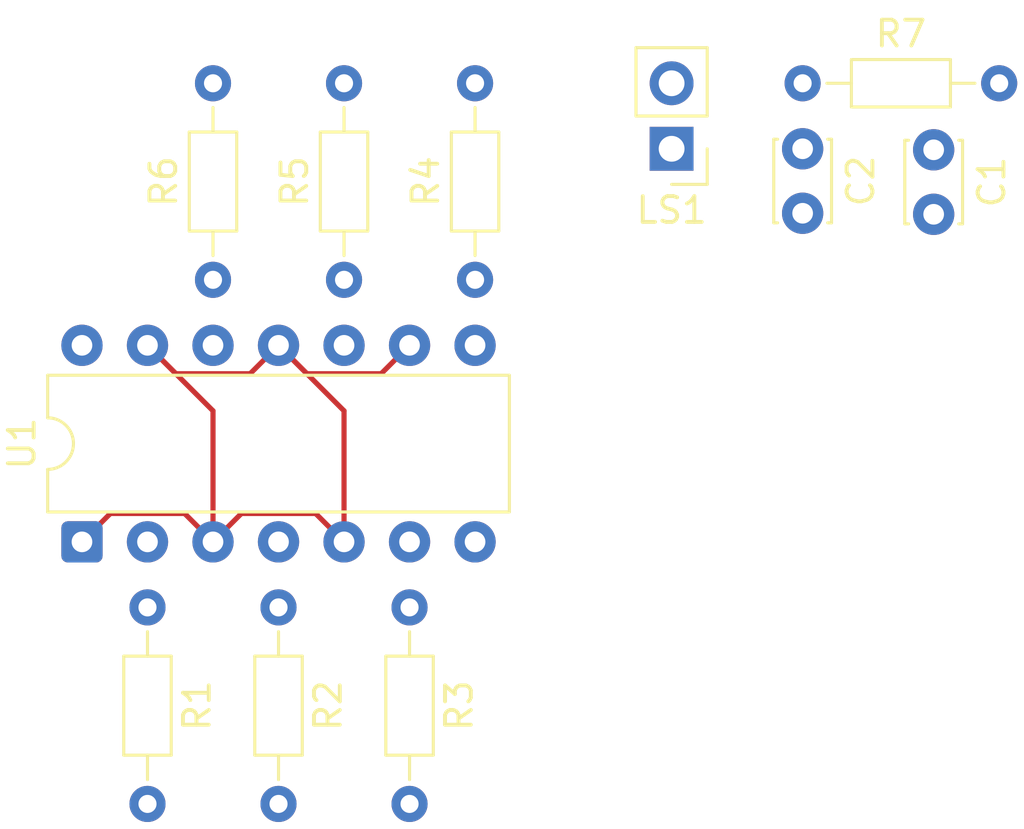
<source format=kicad_pcb>
(kicad_pcb (version 20241229) (generator "pcbnew") (generator_version "9.0")
  (layers (0 "F.Cu" signal) (2 "B.Cu" signal) (13 "F.Paste" user) (15 "B.Paste" user) (5 "F.SilkS" user "F.Silkscreen") (7 "B.SilkS" user "B.Silkscreen") (1 "F.Mask" user) (3 "B.Mask" user) (25 "Edge.Cuts" user))
  (net 0 "")
  (net 1 "Net-(R1-Pad1)")
  (net 2 "Net-(R2-Pad1)")
  (net 3 "GND")
  (net 4 "Net-(R3-Pad1)")
  (net 5 "Net-(R4-Pad1)")
  (net 6 "Net-(R5-Pad1)")
  (net 7 "Net-(R6-Pad1)")
  (net 8 "Net-(C1-Pad1)")
  (net 9 "Net-(C2-Pad1)")
  (net 10 "+12V")
  (footprint "Capacitor_THT:C_Disc_D3.0mm_W2.0mm_P2.50mm" (layer "F.Cu") (at 86.36 58.42 -90)
    (property "Reference" "C2" (at 1.25 -2.25 90) (layer "F.SilkS"))
    (property "Value" "1n")
    (fp_line (start -0.37 1.12) (end 2.87 1.12) (stroke (width 0.12)) (layer "F.SilkS"))
    (fp_line (start -0.37 0.972) (end -0.37 1.12) (stroke (width 0.12)) (layer "F.SilkS"))
    (fp_line (start 2.87 0.972) (end 2.87 1.12) (stroke (width 0.12)) (layer "F.SilkS"))
    (fp_line (start -0.37 -1.12) (end -0.37 -0.972) (stroke (width 0.12)) (layer "F.SilkS"))
    (fp_line (start -0.37 -1.12) (end 2.87 -1.12) (stroke (width 0.12)) (layer "F.SilkS"))
    (fp_line (start 2.87 -1.12) (end 2.87 -0.972) (stroke (width 0.12)) (layer "F.SilkS"))
    (pad "1" thru_hole circle (at 0 0 270) (size 1.6 1.6) (drill 0.8) (layers "*.Cu" "*.Mask") (net 9 "Net-(C2-Pad1)"))
    (pad "2" thru_hole circle (at 2.5 0 270) (size 1.6 1.6) (drill 0.8) (layers "*.Cu" "*.Mask") (net 3 "GND"))
  )
  (footprint "Resistor_THT:R_Axial_DIN0204_L3.6mm_D1.6mm_P7.62mm_Horizontal" (layer "F.Cu") (at 68.58 63.5 90)
    (property "Reference" "R5" (at 3.81 -1.92 90) (layer "F.SilkS"))
    (property "Value" "100")
    (fp_line (start 5.73 -0.92) (end 1.89 -0.92) (stroke (width 0.12)) (layer "F.SilkS"))
    (fp_line (start 1.89 -0.92) (end 1.89 0.92) (stroke (width 0.12)) (layer "F.SilkS"))
    (fp_line (start 6.68 0) (end 5.73 0) (stroke (width 0.12)) (layer "F.SilkS"))
    (fp_line (start 0.94 0) (end 1.89 0) (stroke (width 0.12)) (layer "F.SilkS"))
    (fp_line (start 5.73 0.92) (end 5.73 -0.92) (stroke (width 0.12)) (layer "F.SilkS"))
    (fp_line (start 1.89 0.92) (end 5.73 0.92) (stroke (width 0.12)) (layer "F.SilkS"))
    (pad "1" thru_hole circle (at 0 0 90) (size 1.4 1.4) (drill 0.7) (layers "*.Cu" "*.Mask") (net 6 "Net-(R5-Pad1)"))
    (pad "2" thru_hole oval (at 7.62 0 90) (size 1.4 1.4) (drill 0.7) (layers "*.Cu" "*.Mask") (net 8 "Net-(C1-Pad1)"))
  )
  (footprint "Connector_PinHeader_2.54mm:PinHeader_1x02_P2.54mm_Vertical" (layer "F.Cu") (at 81.28 58.42 180)
    (property "Reference" "LS1" (at 0 -2.38 0) (layer "F.SilkS"))
    (property "Value" "Speaker_Crystal")
    (fp_line (start 1.38 1.27) (end 1.38 3.92) (stroke (width 0.12)) (layer "F.SilkS"))
    (fp_line (start -1.38 3.92) (end 1.38 3.92) (stroke (width 0.12)) (layer "F.SilkS"))
    (fp_line (start -1.38 1.27) (end 1.38 1.27) (stroke (width 0.12)) (layer "F.SilkS"))
    (fp_line (start -1.38 1.27) (end -1.38 3.92) (stroke (width 0.12)) (layer "F.SilkS"))
    (fp_line (start -1.38 0) (end -1.38 -1.38) (stroke (width 0.12)) (layer "F.SilkS"))
    (fp_line (start -1.38 -1.38) (end 0 -1.38) (stroke (width 0.12)) (layer "F.SilkS"))
    (pad "1" thru_hole rect (at 0 0 180) (size 1.7 1.7) (drill 1) (layers "*.Cu" "*.Mask") (net 9 "Net-(C2-Pad1)"))
    (pad "2" thru_hole circle (at 0 2.54 180) (size 1.7 1.7) (drill 1) (layers "*.Cu" "*.Mask") (net 8 "Net-(C1-Pad1)"))
  )
  (footprint "Resistor_THT:R_Axial_DIN0204_L3.6mm_D1.6mm_P7.62mm_Horizontal" (layer "F.Cu") (at 86.36 55.88)
    (property "Reference" "R7" (at 3.81 -1.92 0) (layer "F.SilkS"))
    (property "Value" "1k")
    (fp_line (start 0.94 0) (end 1.89 0) (stroke (width 0.12)) (layer "F.SilkS"))
    (fp_line (start 1.89 -0.92) (end 1.89 0.92) (stroke (width 0.12)) (layer "F.SilkS"))
    (fp_line (start 1.89 0.92) (end 5.73 0.92) (stroke (width 0.12)) (layer "F.SilkS"))
    (fp_line (start 5.73 -0.92) (end 1.89 -0.92) (stroke (width 0.12)) (layer "F.SilkS"))
    (fp_line (start 5.73 0.92) (end 5.73 -0.92) (stroke (width 0.12)) (layer "F.SilkS"))
    (fp_line (start 6.68 0) (end 5.73 0) (stroke (width 0.12)) (layer "F.SilkS"))
    (pad "1" thru_hole circle (at 0 0) (size 1.4 1.4) (drill 0.7) (layers "*.Cu" "*.Mask") (net 9 "Net-(C2-Pad1)"))
    (pad "2" thru_hole oval (at 7.62 0) (size 1.4 1.4) (drill 0.7) (layers "*.Cu" "*.Mask") (net 8 "Net-(C1-Pad1)"))
  )
  (footprint "Resistor_THT:R_Axial_DIN0204_L3.6mm_D1.6mm_P7.62mm_Horizontal" (layer "F.Cu") (at 71.12 76.2 -90)
    (property "Reference" "R3" (at 3.81 -1.92 90) (layer "F.SilkS"))
    (property "Value" "100")
    (fp_line (start 1.89 0.92) (end 5.73 0.92) (stroke (width 0.12)) (layer "F.SilkS"))
    (fp_line (start 5.73 0.92) (end 5.73 -0.92) (stroke (width 0.12)) (layer "F.SilkS"))
    (fp_line (start 0.94 0) (end 1.89 0) (stroke (width 0.12)) (layer "F.SilkS"))
    (fp_line (start 6.68 0) (end 5.73 0) (stroke (width 0.12)) (layer "F.SilkS"))
    (fp_line (start 1.89 -0.92) (end 1.89 0.92) (stroke (width 0.12)) (layer "F.SilkS"))
    (fp_line (start 5.73 -0.92) (end 1.89 -0.92) (stroke (width 0.12)) (layer "F.SilkS"))
    (pad "1" thru_hole circle (at 0 0 270) (size 1.4 1.4) (drill 0.7) (layers "*.Cu" "*.Mask") (net 4 "Net-(R3-Pad1)"))
    (pad "2" thru_hole oval (at 7.62 0 270) (size 1.4 1.4) (drill 0.7) (layers "*.Cu" "*.Mask") (net 8 "Net-(C1-Pad1)"))
  )
  (footprint "Package_DIP:DIP-14_W7.62mm" (layer "F.Cu") (at 58.42 73.66 90)
    (property "Reference" "U1" (at 3.81 -2.33 90) (layer "F.SilkS"))
    (property "Value" "4069")
    (fp_line (start 6.46 -1.33) (end 4.81 -1.33) (stroke (width 0.12)) (layer "F.SilkS"))
    (fp_line (start 2.81 -1.33) (end 1.16 -1.33) (stroke (width 0.12)) (layer "F.SilkS"))
    (fp_line (start 1.16 -1.33) (end 1.16 16.57) (stroke (width 0.12)) (layer "F.SilkS"))
    (fp_line (start 6.46 16.57) (end 6.46 -1.33) (stroke (width 0.12)) (layer "F.SilkS"))
    (fp_line (start 1.16 16.57) (end 6.46 16.57) (stroke (width 0.12)) (layer "F.SilkS"))
    (fp_arc (start 4.81 -1.33) (mid 3.81 -0.33) (end 2.81 -1.33) (stroke (width 0.12)) (layer "F.SilkS"))
    (pad "1" thru_hole roundrect (at 0 0 90) (size 1.6 1.6) (drill 0.8) (layers "*.Cu" "*.Mask") (roundrect_rratio 0.15625) (net 9 "Net-(C2-Pad1)"))
    (pad "2" thru_hole circle (at 0 2.54 90) (size 1.6 1.6) (drill 0.8) (layers "*.Cu" "*.Mask") (net 1 "Net-(R1-Pad1)"))
    (pad "3" thru_hole circle (at 0 5.08 90) (size 1.6 1.6) (drill 0.8) (layers "*.Cu" "*.Mask") (net 9 "Net-(C2-Pad1)"))
    (pad "4" thru_hole circle (at 0 7.62 90) (size 1.6 1.6) (drill 0.8) (layers "*.Cu" "*.Mask") (net 2 "Net-(R2-Pad1)"))
    (pad "5" thru_hole circle (at 0 10.16 90) (size 1.6 1.6) (drill 0.8) (layers "*.Cu" "*.Mask") (net 9 "Net-(C2-Pad1)"))
    (pad "6" thru_hole circle (at 0 12.7 90) (size 1.6 1.6) (drill 0.8) (layers "*.Cu" "*.Mask") (net 4 "Net-(R3-Pad1)"))
    (pad "7" thru_hole circle (at 0 15.24 90) (size 1.6 1.6) (drill 0.8) (layers "*.Cu" "*.Mask") (net 3 "GND"))
    (pad "8" thru_hole circle (at 7.62 15.24 90) (size 1.6 1.6) (drill 0.8) (layers "*.Cu" "*.Mask") (net 5 "Net-(R4-Pad1)"))
    (pad "9" thru_hole circle (at 7.62 12.7 90) (size 1.6 1.6) (drill 0.8) (layers "*.Cu" "*.Mask") (net 9 "Net-(C2-Pad1)"))
    (pad "10" thru_hole circle (at 7.62 10.16 90) (size 1.6 1.6) (drill 0.8) (layers "*.Cu" "*.Mask") (net 6 "Net-(R5-Pad1)"))
    (pad "11" thru_hole circle (at 7.62 7.62 90) (size 1.6 1.6) (drill 0.8) (layers "*.Cu" "*.Mask") (net 9 "Net-(C2-Pad1)"))
    (pad "12" thru_hole circle (at 7.62 5.08 90) (size 1.6 1.6) (drill 0.8) (layers "*.Cu" "*.Mask") (net 7 "Net-(R6-Pad1)"))
    (pad "13" thru_hole circle (at 7.62 2.54 90) (size 1.6 1.6) (drill 0.8) (layers "*.Cu" "*.Mask") (net 9 "Net-(C2-Pad1)"))
    (pad "14" thru_hole circle (at 7.62 0 90) (size 1.6 1.6) (drill 0.8) (layers "*.Cu" "*.Mask") (net 10 "+12V"))
  )
  (footprint "Capacitor_THT:C_Disc_D3.0mm_W2.0mm_P2.50mm" (layer "F.Cu") (at 91.44 58.46 -90)
    (property "Reference" "C1" (at 1.25 -2.25 90) (layer "F.SilkS"))
    (property "Value" "1n")
    (fp_line (start -0.37 1.12) (end 2.87 1.12) (stroke (width 0.12)) (layer "F.SilkS"))
    (fp_line (start -0.37 0.972) (end -0.37 1.12) (stroke (width 0.12)) (layer "F.SilkS"))
    (fp_line (start 2.87 0.972) (end 2.87 1.12) (stroke (width 0.12)) (layer "F.SilkS"))
    (fp_line (start -0.37 -1.12) (end -0.37 -0.972) (stroke (width 0.12)) (layer "F.SilkS"))
    (fp_line (start -0.37 -1.12) (end 2.87 -1.12) (stroke (width 0.12)) (layer "F.SilkS"))
    (fp_line (start 2.87 -1.12) (end 2.87 -0.972) (stroke (width 0.12)) (layer "F.SilkS"))
    (pad "1" thru_hole circle (at 0 0 270) (size 1.6 1.6) (drill 0.8) (layers "*.Cu" "*.Mask") (net 8 "Net-(C1-Pad1)"))
    (pad "2" thru_hole circle (at 2.5 0 270) (size 1.6 1.6) (drill 0.8) (layers "*.Cu" "*.Mask") (net 3 "GND"))
  )
  (footprint "Resistor_THT:R_Axial_DIN0204_L3.6mm_D1.6mm_P7.62mm_Horizontal" (layer "F.Cu") (at 60.96 76.2 -90)
    (property "Reference" "R1" (at 3.81 -1.92 90) (layer "F.SilkS"))
    (property "Value" "100")
    (fp_line (start 1.89 0.92) (end 5.73 0.92) (stroke (width 0.12)) (layer "F.SilkS"))
    (fp_line (start 5.73 0.92) (end 5.73 -0.92) (stroke (width 0.12)) (layer "F.SilkS"))
    (fp_line (start 0.94 0) (end 1.89 0) (stroke (width 0.12)) (layer "F.SilkS"))
    (fp_line (start 6.68 0) (end 5.73 0) (stroke (width 0.12)) (layer "F.SilkS"))
    (fp_line (start 1.89 -0.92) (end 1.89 0.92) (stroke (width 0.12)) (layer "F.SilkS"))
    (fp_line (start 5.73 -0.92) (end 1.89 -0.92) (stroke (width 0.12)) (layer "F.SilkS"))
    (pad "1" thru_hole circle (at 0 0 270) (size 1.4 1.4) (drill 0.7) (layers "*.Cu" "*.Mask") (net 1 "Net-(R1-Pad1)"))
    (pad "2" thru_hole oval (at 7.62 0 270) (size 1.4 1.4) (drill 0.7) (layers "*.Cu" "*.Mask") (net 8 "Net-(C1-Pad1)"))
  )
  (footprint "Resistor_THT:R_Axial_DIN0204_L3.6mm_D1.6mm_P7.62mm_Horizontal" (layer "F.Cu") (at 66.04 76.2 -90)
    (property "Reference" "R2" (at 3.81 -1.92 90) (layer "F.SilkS"))
    (property "Value" "100")
    (fp_line (start 1.89 0.92) (end 5.73 0.92) (stroke (width 0.12)) (layer "F.SilkS"))
    (fp_line (start 5.73 0.92) (end 5.73 -0.92) (stroke (width 0.12)) (layer "F.SilkS"))
    (fp_line (start 0.94 0) (end 1.89 0) (stroke (width 0.12)) (layer "F.SilkS"))
    (fp_line (start 6.68 0) (end 5.73 0) (stroke (width 0.12)) (layer "F.SilkS"))
    (fp_line (start 1.89 -0.92) (end 1.89 0.92) (stroke (width 0.12)) (layer "F.SilkS"))
    (fp_line (start 5.73 -0.92) (end 1.89 -0.92) (stroke (width 0.12)) (layer "F.SilkS"))
    (pad "1" thru_hole circle (at 0 0 270) (size 1.4 1.4) (drill 0.7) (layers "*.Cu" "*.Mask") (net 2 "Net-(R2-Pad1)"))
    (pad "2" thru_hole oval (at 7.62 0 270) (size 1.4 1.4) (drill 0.7) (layers "*.Cu" "*.Mask") (net 8 "Net-(C1-Pad1)"))
  )
  (footprint "Resistor_THT:R_Axial_DIN0204_L3.6mm_D1.6mm_P7.62mm_Horizontal" (layer "F.Cu") (at 73.66 63.5 90)
    (property "Reference" "R4" (at 3.81 -1.92 90) (layer "F.SilkS"))
    (property "Value" "100")
    (fp_line (start 5.73 -0.92) (end 1.89 -0.92) (stroke (width 0.12)) (layer "F.SilkS"))
    (fp_line (start 1.89 -0.92) (end 1.89 0.92) (stroke (width 0.12)) (layer "F.SilkS"))
    (fp_line (start 6.68 0) (end 5.73 0) (stroke (width 0.12)) (layer "F.SilkS"))
    (fp_line (start 0.94 0) (end 1.89 0) (stroke (width 0.12)) (layer "F.SilkS"))
    (fp_line (start 5.73 0.92) (end 5.73 -0.92) (stroke (width 0.12)) (layer "F.SilkS"))
    (fp_line (start 1.89 0.92) (end 5.73 0.92) (stroke (width 0.12)) (layer "F.SilkS"))
    (pad "1" thru_hole circle (at 0 0 90) (size 1.4 1.4) (drill 0.7) (layers "*.Cu" "*.Mask") (net 5 "Net-(R4-Pad1)"))
    (pad "2" thru_hole oval (at 7.62 0 90) (size 1.4 1.4) (drill 0.7) (layers "*.Cu" "*.Mask") (net 8 "Net-(C1-Pad1)"))
  )
  (footprint "Resistor_THT:R_Axial_DIN0204_L3.6mm_D1.6mm_P7.62mm_Horizontal" (layer "F.Cu") (at 63.5 63.5 90)
    (property "Reference" "R6" (at 3.81 -1.92 90) (layer "F.SilkS"))
    (property "Value" "100")
    (fp_line (start 5.73 -0.92) (end 1.89 -0.92) (stroke (width 0.12)) (layer "F.SilkS"))
    (fp_line (start 1.89 -0.92) (end 1.89 0.92) (stroke (width 0.12)) (layer "F.SilkS"))
    (fp_line (start 6.68 0) (end 5.73 0) (stroke (width 0.12)) (layer "F.SilkS"))
    (fp_line (start 0.94 0) (end 1.89 0) (stroke (width 0.12)) (layer "F.SilkS"))
    (fp_line (start 5.73 0.92) (end 5.73 -0.92) (stroke (width 0.12)) (layer "F.SilkS"))
    (fp_line (start 1.89 0.92) (end 5.73 0.92) (stroke (width 0.12)) (layer "F.SilkS"))
    (pad "1" thru_hole circle (at 0 0 90) (size 1.4 1.4) (drill 0.7) (layers "*.Cu" "*.Mask") (net 7 "Net-(R6-Pad1)"))
    (pad "2" thru_hole oval (at 7.62 0 90) (size 1.4 1.4) (drill 0.7) (layers "*.Cu" "*.Mask") (net 8 "Net-(C1-Pad1)"))
  )
  (segment (start 62.399 72.559) (end 63.5 73.66) (width 0.2) (layer "F.Cu") (net 9))
  (segment (start 70.019 67.141) (end 67.141 67.141) (width 0.2) (layer "F.Cu") (net 9))
  (segment (start 68.58 73.66) (end 68.58 68.58) (width 0.2) (layer "F.Cu") (net 9))
  (segment (start 64.939 67.141) (end 62.061 67.141) (width 0.2) (layer "F.Cu") (net 9))
  (segment (start 67.479 72.559) (end 68.58 73.66) (width 0.2) (layer "F.Cu") (net 9))
  (segment (start 71.12 66.04) (end 70.019 67.141) (width 0.2) (layer "F.Cu") (net 9))
  (segment (start 68.58 68.58) (end 66.04 66.04) (width 0.2) (layer "F.Cu") (net 9))
  (segment (start 63.5 73.66) (end 64.601 72.559) (width 0.2) (layer "F.Cu") (net 9))
  (segment (start 66.04 66.04) (end 64.939 67.141) (width 0.2) (layer "F.Cu") (net 9))
  (segment (start 63.5 68.58) (end 60.96 66.04) (width 0.2) (layer "F.Cu") (net 9))
  (segment (start 63.5 73.66) (end 63.5 68.58) (width 0.2) (layer "F.Cu") (net 9))
  (segment (start 59.521 72.559) (end 62.399 72.559) (width 0.2) (layer "F.Cu") (net 9))
  (segment (start 64.601 72.559) (end 67.479 72.559) (width 0.2) (layer "F.Cu") (net 9))
  (segment (start 67.141 67.141) (end 66.04 66.04) (width 0.2) (layer "F.Cu") (net 9))
  (segment (start 62.061 67.141) (end 60.96 66.04) (width 0.2) (layer "F.Cu") (net 9))
  (segment (start 58.42 73.66) (end 59.521 72.559) (width 0.2) (layer "F.Cu") (net 9))
)
</source>
